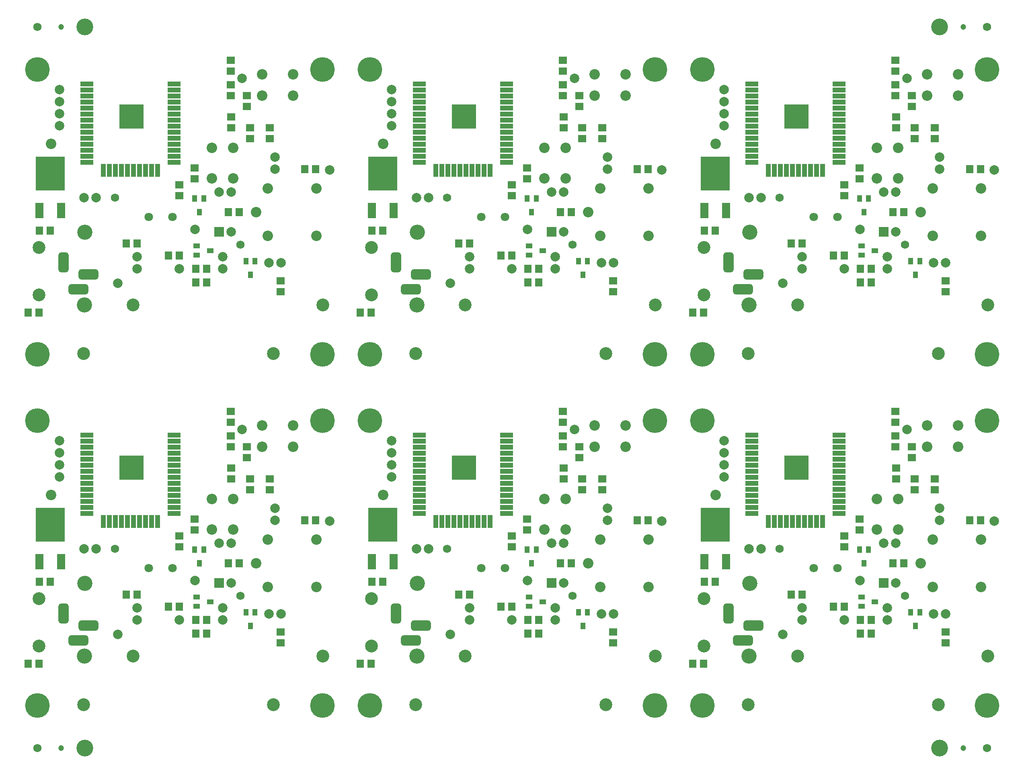
<source format=gbs>
G04 Layer_Color=16711935*
%FSLAX25Y25*%
%MOIN*%
G70*
G01*
G75*
%ADD42C,0.20485*%
%ADD43C,0.04737*%
%ADD44C,0.13874*%
%ADD45C,0.06800*%
%ADD46C,0.07887*%
%ADD47C,0.08674*%
G04:AMPARAMS|DCode=48|XSize=165.48mil|YSize=86.74mil|CornerRadius=23.68mil|HoleSize=0mil|Usage=FLASHONLY|Rotation=90.000|XOffset=0mil|YOffset=0mil|HoleType=Round|Shape=RoundedRectangle|*
%AMROUNDEDRECTD48*
21,1,0.16548,0.03937,0,0,90.0*
21,1,0.11811,0.08674,0,0,90.0*
1,1,0.04737,0.01968,0.05905*
1,1,0.04737,0.01968,-0.05905*
1,1,0.04737,-0.01968,-0.05905*
1,1,0.04737,-0.01968,0.05905*
%
%ADD48ROUNDEDRECTD48*%
G04:AMPARAMS|DCode=49|XSize=165.48mil|YSize=86.74mil|CornerRadius=23.68mil|HoleSize=0mil|Usage=FLASHONLY|Rotation=0.000|XOffset=0mil|YOffset=0mil|HoleType=Round|Shape=RoundedRectangle|*
%AMROUNDEDRECTD49*
21,1,0.16548,0.03937,0,0,0.0*
21,1,0.11811,0.08674,0,0,0.0*
1,1,0.04737,0.05905,-0.01968*
1,1,0.04737,-0.05905,-0.01968*
1,1,0.04737,-0.05905,0.01968*
1,1,0.04737,0.05905,0.01968*
%
%ADD49ROUNDEDRECTD49*%
%ADD50C,0.12611*%
%ADD51R,0.07887X0.07887*%
%ADD52C,0.10642*%
%ADD53C,0.07099*%
%ADD54R,0.06706X0.05918*%
%ADD55R,0.05918X0.06706*%
%ADD56R,0.20485X0.20485*%
%ADD57R,0.04343X0.10642*%
%ADD58R,0.10642X0.04343*%
%ADD59R,0.03950X0.05524*%
%ADD60R,0.05524X0.03950*%
%ADD61R,0.07099X0.12611*%
%ADD62R,0.24422X0.28359*%
D42*
X295276Y397638D02*
D03*
X531496D02*
D03*
Y633858D02*
D03*
X295276D02*
D03*
X570866Y397638D02*
D03*
X807087D02*
D03*
Y633858D02*
D03*
X570866D02*
D03*
X846457Y397638D02*
D03*
X1082677D02*
D03*
Y633858D02*
D03*
X846457D02*
D03*
X295276Y688976D02*
D03*
X531496D02*
D03*
Y925197D02*
D03*
X295276D02*
D03*
X570866Y688976D02*
D03*
X807087D02*
D03*
Y925197D02*
D03*
X570866D02*
D03*
X846457Y688976D02*
D03*
X1082677D02*
D03*
Y925197D02*
D03*
X846457D02*
D03*
D43*
X314961Y960630D02*
D03*
X1062992D02*
D03*
X314961Y362205D02*
D03*
X1062992D02*
D03*
D44*
X334646Y960630D02*
D03*
X1043307D02*
D03*
X334646Y362205D02*
D03*
X1043307D02*
D03*
D45*
X295276Y960630D02*
D03*
X1082677D02*
D03*
X295276Y362205D02*
D03*
X1082677D02*
D03*
X329146Y451532D02*
D03*
X330709D02*
D03*
X332677D02*
D03*
X326772D02*
D03*
X324803D02*
D03*
X333303Y464032D02*
D03*
X335272D02*
D03*
X341177D02*
D03*
X339209D02*
D03*
X337646D02*
D03*
X316929Y469689D02*
D03*
Y471658D02*
D03*
Y477563D02*
D03*
Y475595D02*
D03*
Y474031D02*
D03*
X463386Y488748D02*
D03*
X359386Y527748D02*
D03*
X604736Y451532D02*
D03*
X606299D02*
D03*
X608268D02*
D03*
X602362D02*
D03*
X600394D02*
D03*
X608894Y464032D02*
D03*
X610862D02*
D03*
X616768D02*
D03*
X614799D02*
D03*
X613236D02*
D03*
X592520Y469689D02*
D03*
Y471658D02*
D03*
Y477563D02*
D03*
Y475595D02*
D03*
Y474031D02*
D03*
X738976Y488748D02*
D03*
X634976Y527748D02*
D03*
X880327Y451532D02*
D03*
X881890D02*
D03*
X883858D02*
D03*
X877953D02*
D03*
X875984D02*
D03*
X884484Y464032D02*
D03*
X886453D02*
D03*
X892358D02*
D03*
X890390D02*
D03*
X888827D02*
D03*
X868110Y469689D02*
D03*
Y471658D02*
D03*
Y477563D02*
D03*
Y475595D02*
D03*
Y474031D02*
D03*
X1014567Y488748D02*
D03*
X910567Y527748D02*
D03*
X329146Y742870D02*
D03*
X330709D02*
D03*
X332677D02*
D03*
X326772D02*
D03*
X324803D02*
D03*
X333303Y755370D02*
D03*
X335272D02*
D03*
X341177D02*
D03*
X339209D02*
D03*
X337646D02*
D03*
X316929Y761028D02*
D03*
Y762996D02*
D03*
Y768902D02*
D03*
Y766933D02*
D03*
Y765370D02*
D03*
X463386Y780087D02*
D03*
X359386Y819087D02*
D03*
X604736Y742870D02*
D03*
X606299D02*
D03*
X608268D02*
D03*
X602362D02*
D03*
X600394D02*
D03*
X608894Y755370D02*
D03*
X610862D02*
D03*
X616768D02*
D03*
X614799D02*
D03*
X613236D02*
D03*
X592520Y761028D02*
D03*
Y762996D02*
D03*
Y768902D02*
D03*
Y766933D02*
D03*
Y765370D02*
D03*
X738976Y780087D02*
D03*
X634976Y819087D02*
D03*
X880327Y742870D02*
D03*
X881890D02*
D03*
X883858D02*
D03*
X877953D02*
D03*
X875984D02*
D03*
X884484Y755370D02*
D03*
X886453D02*
D03*
X892358D02*
D03*
X890390D02*
D03*
X888827D02*
D03*
X868110Y761028D02*
D03*
Y762996D02*
D03*
Y768902D02*
D03*
Y766933D02*
D03*
Y765370D02*
D03*
X1014567Y780087D02*
D03*
X910567Y819087D02*
D03*
D46*
X377953Y478622D02*
D03*
Y468622D02*
D03*
X487126Y473622D02*
D03*
X497126D02*
D03*
X448819Y468622D02*
D03*
Y478622D02*
D03*
X492126Y551299D02*
D03*
Y561299D02*
D03*
X455787Y499248D02*
D03*
X445787Y532248D02*
D03*
X455787D02*
D03*
X313386Y607248D02*
D03*
Y587248D02*
D03*
Y597248D02*
D03*
Y617248D02*
D03*
X333886Y527748D02*
D03*
X343886D02*
D03*
X361886Y456748D02*
D03*
X537386Y550748D02*
D03*
X464886Y626748D02*
D03*
X425886Y501248D02*
D03*
X412886Y468748D02*
D03*
X653543Y478622D02*
D03*
Y468622D02*
D03*
X762716Y473622D02*
D03*
X772717D02*
D03*
X724409Y468622D02*
D03*
Y478622D02*
D03*
X767717Y551299D02*
D03*
Y561299D02*
D03*
X731378Y499248D02*
D03*
X721378Y532248D02*
D03*
X731378D02*
D03*
X588976Y607248D02*
D03*
Y587248D02*
D03*
Y597248D02*
D03*
Y617248D02*
D03*
X609476Y527748D02*
D03*
X619476D02*
D03*
X637476Y456748D02*
D03*
X812976Y550748D02*
D03*
X740476Y626748D02*
D03*
X701476Y501248D02*
D03*
X688476Y468748D02*
D03*
X929134Y478622D02*
D03*
Y468622D02*
D03*
X1038307Y473622D02*
D03*
X1048307D02*
D03*
X1000000Y468622D02*
D03*
Y478622D02*
D03*
X1043307Y551299D02*
D03*
Y561299D02*
D03*
X1006968Y499248D02*
D03*
X996968Y532248D02*
D03*
X1006968D02*
D03*
X864567Y607248D02*
D03*
Y587248D02*
D03*
Y597248D02*
D03*
Y617248D02*
D03*
X885067Y527748D02*
D03*
X895067D02*
D03*
X913067Y456748D02*
D03*
X1088567Y550748D02*
D03*
X1016067Y626748D02*
D03*
X977067Y501248D02*
D03*
X964067Y468748D02*
D03*
X377953Y769961D02*
D03*
Y759961D02*
D03*
X487126Y764961D02*
D03*
X497126D02*
D03*
X448819Y759961D02*
D03*
Y769961D02*
D03*
X492126Y842638D02*
D03*
Y852638D02*
D03*
X455787Y790587D02*
D03*
X445787Y823587D02*
D03*
X455787D02*
D03*
X313386Y898587D02*
D03*
Y878587D02*
D03*
Y888587D02*
D03*
Y908587D02*
D03*
X333886Y819087D02*
D03*
X343886D02*
D03*
X361886Y748087D02*
D03*
X537386Y842087D02*
D03*
X464886Y918087D02*
D03*
X425886Y792587D02*
D03*
X412886Y760087D02*
D03*
X653543Y769961D02*
D03*
Y759961D02*
D03*
X762716Y764961D02*
D03*
X772717D02*
D03*
X724409Y759961D02*
D03*
Y769961D02*
D03*
X767717Y842638D02*
D03*
Y852638D02*
D03*
X731378Y790587D02*
D03*
X721378Y823587D02*
D03*
X731378D02*
D03*
X588976Y898587D02*
D03*
Y878587D02*
D03*
Y888587D02*
D03*
Y908587D02*
D03*
X609476Y819087D02*
D03*
X619476D02*
D03*
X637476Y748087D02*
D03*
X812976Y842087D02*
D03*
X740476Y918087D02*
D03*
X701476Y792587D02*
D03*
X688476Y760087D02*
D03*
X929134Y769961D02*
D03*
Y759961D02*
D03*
X1038307Y764961D02*
D03*
X1048307D02*
D03*
X1000000Y759961D02*
D03*
Y769961D02*
D03*
X1043307Y842638D02*
D03*
Y852638D02*
D03*
X1006968Y790587D02*
D03*
X996968Y823587D02*
D03*
X1006968D02*
D03*
X864567Y898587D02*
D03*
Y878587D02*
D03*
Y888587D02*
D03*
Y908587D02*
D03*
X885067Y819087D02*
D03*
X895067D02*
D03*
X913067Y748087D02*
D03*
X1088567Y842087D02*
D03*
X1016067Y918087D02*
D03*
X977067Y792587D02*
D03*
X964067Y760087D02*
D03*
D47*
X457677Y569095D02*
D03*
Y543504D02*
D03*
X439961Y569095D02*
D03*
Y543504D02*
D03*
X476378Y515748D02*
D03*
X486221Y535433D02*
D03*
Y496063D02*
D03*
X526378Y535433D02*
D03*
Y496063D02*
D03*
X481591Y630106D02*
D03*
X507181D02*
D03*
X481591Y612390D02*
D03*
X507181D02*
D03*
X306386Y572248D02*
D03*
X733268Y569095D02*
D03*
Y543504D02*
D03*
X715551Y569095D02*
D03*
Y543504D02*
D03*
X751968Y515748D02*
D03*
X761811Y535433D02*
D03*
Y496063D02*
D03*
X801968Y535433D02*
D03*
Y496063D02*
D03*
X757181Y630106D02*
D03*
X782772D02*
D03*
X757181Y612390D02*
D03*
X782772D02*
D03*
X581976Y572248D02*
D03*
X1008858Y569095D02*
D03*
Y543504D02*
D03*
X991142Y569095D02*
D03*
Y543504D02*
D03*
X1027559Y515748D02*
D03*
X1037402Y535433D02*
D03*
Y496063D02*
D03*
X1077559Y535433D02*
D03*
Y496063D02*
D03*
X1032772Y630106D02*
D03*
X1058362D02*
D03*
X1032772Y612390D02*
D03*
X1058362D02*
D03*
X857567Y572248D02*
D03*
X457677Y860433D02*
D03*
Y834842D02*
D03*
X439961Y860433D02*
D03*
Y834842D02*
D03*
X476378Y807087D02*
D03*
X486221Y826772D02*
D03*
Y787402D02*
D03*
X526378Y826772D02*
D03*
Y787402D02*
D03*
X481591Y921445D02*
D03*
X507181D02*
D03*
X481591Y903728D02*
D03*
X507181D02*
D03*
X306386Y863587D02*
D03*
X733268Y860433D02*
D03*
Y834842D02*
D03*
X715551Y860433D02*
D03*
Y834842D02*
D03*
X751968Y807087D02*
D03*
X761811Y826772D02*
D03*
Y787402D02*
D03*
X801968Y826772D02*
D03*
Y787402D02*
D03*
X757181Y921445D02*
D03*
X782772D02*
D03*
X757181Y903728D02*
D03*
X782772D02*
D03*
X581976Y863587D02*
D03*
X1008858Y860433D02*
D03*
Y834842D02*
D03*
X991142Y860433D02*
D03*
Y834842D02*
D03*
X1027559Y807087D02*
D03*
X1037402Y826772D02*
D03*
Y787402D02*
D03*
X1077559Y826772D02*
D03*
Y787402D02*
D03*
X1032772Y921445D02*
D03*
X1058362D02*
D03*
X1032772Y903728D02*
D03*
X1058362D02*
D03*
X857567Y863587D02*
D03*
D48*
X316929Y474031D02*
D03*
X592520D02*
D03*
X868110D02*
D03*
X316929Y765370D02*
D03*
X592520D02*
D03*
X868110D02*
D03*
D49*
X337646Y464032D02*
D03*
X329146Y451532D02*
D03*
X613236Y464032D02*
D03*
X604736Y451532D02*
D03*
X888827Y464032D02*
D03*
X880327Y451532D02*
D03*
X337646Y755370D02*
D03*
X329146Y742870D02*
D03*
X613236Y755370D02*
D03*
X604736Y742870D02*
D03*
X888827Y755370D02*
D03*
X880327Y742870D02*
D03*
D50*
X334646Y499031D02*
D03*
X334146Y438531D02*
D03*
X610236Y499031D02*
D03*
X609736Y438531D02*
D03*
X885827Y499031D02*
D03*
X885327Y438531D02*
D03*
X334646Y790370D02*
D03*
X334146Y729870D02*
D03*
X610236Y790370D02*
D03*
X609736Y729870D02*
D03*
X885827Y790370D02*
D03*
X885327Y729870D02*
D03*
D51*
X445787Y499248D02*
D03*
X721378D02*
D03*
X996968D02*
D03*
X445787Y790587D02*
D03*
X721378D02*
D03*
X996968D02*
D03*
D52*
X296577Y486433D02*
D03*
Y447063D02*
D03*
X490886Y398248D02*
D03*
X333405D02*
D03*
X531866Y438748D02*
D03*
X374386D02*
D03*
X572168Y486433D02*
D03*
Y447063D02*
D03*
X766476Y398248D02*
D03*
X608996D02*
D03*
X807457Y438748D02*
D03*
X649976D02*
D03*
X847758Y486433D02*
D03*
Y447063D02*
D03*
X1042067Y398248D02*
D03*
X884587D02*
D03*
X1083047Y438748D02*
D03*
X925567D02*
D03*
X296577Y777772D02*
D03*
Y738402D02*
D03*
X490886Y689587D02*
D03*
X333405D02*
D03*
X531866Y730087D02*
D03*
X374386D02*
D03*
X572168Y777772D02*
D03*
Y738402D02*
D03*
X766476Y689587D02*
D03*
X608996D02*
D03*
X807457Y730087D02*
D03*
X649976D02*
D03*
X847758Y777772D02*
D03*
Y738402D02*
D03*
X1042067Y689587D02*
D03*
X884587D02*
D03*
X1083047Y730087D02*
D03*
X925567D02*
D03*
D53*
X387543Y511748D02*
D03*
X407228D02*
D03*
X663134D02*
D03*
X682819D02*
D03*
X938724D02*
D03*
X958409D02*
D03*
X387543Y803087D02*
D03*
X407228D02*
D03*
X663134D02*
D03*
X682819D02*
D03*
X938724D02*
D03*
X958409D02*
D03*
D54*
X455886Y594776D02*
D03*
Y585720D02*
D03*
X468886Y603221D02*
D03*
Y612276D02*
D03*
X455386Y641776D02*
D03*
Y632721D02*
D03*
Y621276D02*
D03*
Y612220D02*
D03*
X425646Y552303D02*
D03*
Y543248D02*
D03*
X496886Y458776D02*
D03*
Y449720D02*
D03*
X471386Y585776D02*
D03*
Y576721D02*
D03*
X487886D02*
D03*
Y585776D02*
D03*
X412886Y538276D02*
D03*
Y529220D02*
D03*
X731476Y594776D02*
D03*
Y585720D02*
D03*
X744476Y603221D02*
D03*
Y612276D02*
D03*
X730976Y641776D02*
D03*
Y632721D02*
D03*
Y621276D02*
D03*
Y612220D02*
D03*
X701236Y552303D02*
D03*
Y543248D02*
D03*
X772476Y458776D02*
D03*
Y449720D02*
D03*
X746976Y585776D02*
D03*
Y576721D02*
D03*
X763476D02*
D03*
Y585776D02*
D03*
X688476Y538276D02*
D03*
Y529220D02*
D03*
X1007067Y594776D02*
D03*
Y585720D02*
D03*
X1020067Y603221D02*
D03*
Y612276D02*
D03*
X1006567Y641776D02*
D03*
Y632721D02*
D03*
Y621276D02*
D03*
Y612220D02*
D03*
X976827Y552303D02*
D03*
Y543248D02*
D03*
X1048067Y458776D02*
D03*
Y449720D02*
D03*
X1022567Y585776D02*
D03*
Y576721D02*
D03*
X1039067D02*
D03*
Y585776D02*
D03*
X964067Y538276D02*
D03*
Y529220D02*
D03*
X455886Y886114D02*
D03*
Y877059D02*
D03*
X468886Y894559D02*
D03*
Y903614D02*
D03*
X455386Y933114D02*
D03*
Y924059D02*
D03*
Y912614D02*
D03*
Y903559D02*
D03*
X425646Y843642D02*
D03*
Y834587D02*
D03*
X496886Y750114D02*
D03*
Y741059D02*
D03*
X471386Y877114D02*
D03*
Y868059D02*
D03*
X487886D02*
D03*
Y877114D02*
D03*
X412886Y829614D02*
D03*
Y820559D02*
D03*
X731476Y886114D02*
D03*
Y877059D02*
D03*
X744476Y894559D02*
D03*
Y903614D02*
D03*
X730976Y933114D02*
D03*
Y924059D02*
D03*
Y912614D02*
D03*
Y903559D02*
D03*
X701236Y843642D02*
D03*
Y834587D02*
D03*
X772476Y750114D02*
D03*
Y741059D02*
D03*
X746976Y877114D02*
D03*
Y868059D02*
D03*
X763476D02*
D03*
Y877114D02*
D03*
X688476Y829614D02*
D03*
Y820559D02*
D03*
X1007067Y886114D02*
D03*
Y877059D02*
D03*
X1020067Y894559D02*
D03*
Y903614D02*
D03*
X1006567Y933114D02*
D03*
Y924059D02*
D03*
Y912614D02*
D03*
Y903559D02*
D03*
X976827Y843642D02*
D03*
Y834587D02*
D03*
X1048067Y750114D02*
D03*
Y741059D02*
D03*
X1022567Y877114D02*
D03*
Y868059D02*
D03*
X1039067D02*
D03*
Y877114D02*
D03*
X964067Y829614D02*
D03*
Y820559D02*
D03*
D55*
X305913Y500248D02*
D03*
X296858D02*
D03*
X287358Y432248D02*
D03*
X296413D02*
D03*
X368858Y489748D02*
D03*
X377913D02*
D03*
X516858Y551248D02*
D03*
X525913D02*
D03*
X453358Y515748D02*
D03*
X462413D02*
D03*
X435413Y468748D02*
D03*
X426358D02*
D03*
X412913Y479748D02*
D03*
X403858D02*
D03*
X426358Y457248D02*
D03*
X435413D02*
D03*
X581504Y500248D02*
D03*
X572449D02*
D03*
X562949Y432248D02*
D03*
X572004D02*
D03*
X644449Y489748D02*
D03*
X653504D02*
D03*
X792449Y551248D02*
D03*
X801504D02*
D03*
X728949Y515748D02*
D03*
X738004D02*
D03*
X711004Y468748D02*
D03*
X701949D02*
D03*
X688504Y479748D02*
D03*
X679449D02*
D03*
X701949Y457248D02*
D03*
X711004D02*
D03*
X857094Y500248D02*
D03*
X848039D02*
D03*
X838539Y432248D02*
D03*
X847595D02*
D03*
X920039Y489748D02*
D03*
X929095D02*
D03*
X1068039Y551248D02*
D03*
X1077094D02*
D03*
X1004539Y515748D02*
D03*
X1013595D02*
D03*
X986594Y468748D02*
D03*
X977539D02*
D03*
X964095Y479748D02*
D03*
X955039D02*
D03*
X977539Y457248D02*
D03*
X986594D02*
D03*
X305913Y791587D02*
D03*
X296858D02*
D03*
X287358Y723587D02*
D03*
X296413D02*
D03*
X368858Y781087D02*
D03*
X377913D02*
D03*
X516858Y842587D02*
D03*
X525913D02*
D03*
X453358Y807087D02*
D03*
X462413D02*
D03*
X435413Y760087D02*
D03*
X426358D02*
D03*
X412913Y771087D02*
D03*
X403858D02*
D03*
X426358Y748587D02*
D03*
X435413D02*
D03*
X581504Y791587D02*
D03*
X572449D02*
D03*
X562949Y723587D02*
D03*
X572004D02*
D03*
X644449Y781087D02*
D03*
X653504D02*
D03*
X792449Y842587D02*
D03*
X801504D02*
D03*
X728949Y807087D02*
D03*
X738004D02*
D03*
X711004Y760087D02*
D03*
X701949D02*
D03*
X688504Y771087D02*
D03*
X679449D02*
D03*
X701949Y748587D02*
D03*
X711004D02*
D03*
X857094Y791587D02*
D03*
X848039D02*
D03*
X838539Y723587D02*
D03*
X847595D02*
D03*
X920039Y781087D02*
D03*
X929095D02*
D03*
X1068039Y842587D02*
D03*
X1077094D02*
D03*
X1004539Y807087D02*
D03*
X1013595D02*
D03*
X986594Y760087D02*
D03*
X977539D02*
D03*
X964095Y771087D02*
D03*
X955039D02*
D03*
X977539Y748587D02*
D03*
X986594D02*
D03*
D56*
X373228Y594882D02*
D03*
X648819D02*
D03*
X924409D02*
D03*
X373228Y886220D02*
D03*
X648819D02*
D03*
X924409D02*
D03*
D57*
X389921Y550433D02*
D03*
X394921D02*
D03*
X369921Y550394D02*
D03*
X374921D02*
D03*
X379921D02*
D03*
X384921D02*
D03*
X364921D02*
D03*
X359921D02*
D03*
X354921D02*
D03*
X349921D02*
D03*
X665512Y550433D02*
D03*
X670512D02*
D03*
X645512Y550394D02*
D03*
X650512D02*
D03*
X655512D02*
D03*
X660512D02*
D03*
X640512D02*
D03*
X635512D02*
D03*
X630512D02*
D03*
X625512D02*
D03*
X941102Y550433D02*
D03*
X946102D02*
D03*
X921102Y550394D02*
D03*
X926102D02*
D03*
X931102D02*
D03*
X936102D02*
D03*
X916102D02*
D03*
X911102D02*
D03*
X906102D02*
D03*
X901102D02*
D03*
X389921Y841772D02*
D03*
X394921D02*
D03*
X369921Y841732D02*
D03*
X374921D02*
D03*
X379921D02*
D03*
X384921D02*
D03*
X364921D02*
D03*
X359921D02*
D03*
X354921D02*
D03*
X349921D02*
D03*
X665512Y841772D02*
D03*
X670512D02*
D03*
X645512Y841732D02*
D03*
X650512D02*
D03*
X655512D02*
D03*
X660512D02*
D03*
X640512D02*
D03*
X635512D02*
D03*
X630512D02*
D03*
X625512D02*
D03*
X941102Y841772D02*
D03*
X946102D02*
D03*
X921102Y841732D02*
D03*
X926102D02*
D03*
X931102D02*
D03*
X936102D02*
D03*
X916102D02*
D03*
X911102D02*
D03*
X906102D02*
D03*
X901102D02*
D03*
D58*
X408622Y622087D02*
D03*
Y617087D02*
D03*
Y612087D02*
D03*
Y607087D02*
D03*
Y587087D02*
D03*
Y592087D02*
D03*
Y597087D02*
D03*
Y602087D02*
D03*
X408661Y562087D02*
D03*
Y557087D02*
D03*
Y567087D02*
D03*
Y572087D02*
D03*
Y577087D02*
D03*
Y582087D02*
D03*
X336221D02*
D03*
Y577087D02*
D03*
Y572087D02*
D03*
Y567087D02*
D03*
Y557087D02*
D03*
Y562087D02*
D03*
X336181Y602087D02*
D03*
Y597087D02*
D03*
Y592087D02*
D03*
Y587087D02*
D03*
Y607087D02*
D03*
Y612087D02*
D03*
Y617087D02*
D03*
Y622087D02*
D03*
X684213D02*
D03*
Y617087D02*
D03*
Y612087D02*
D03*
Y607087D02*
D03*
Y587087D02*
D03*
Y592087D02*
D03*
Y597087D02*
D03*
Y602087D02*
D03*
X684252Y562087D02*
D03*
Y557087D02*
D03*
Y567087D02*
D03*
Y572087D02*
D03*
Y577087D02*
D03*
Y582087D02*
D03*
X611811D02*
D03*
Y577087D02*
D03*
Y572087D02*
D03*
Y567087D02*
D03*
Y557087D02*
D03*
Y562087D02*
D03*
X611772Y602087D02*
D03*
Y597087D02*
D03*
Y592087D02*
D03*
Y587087D02*
D03*
Y607087D02*
D03*
Y612087D02*
D03*
Y617087D02*
D03*
Y622087D02*
D03*
X959803D02*
D03*
Y617087D02*
D03*
Y612087D02*
D03*
Y607087D02*
D03*
Y587087D02*
D03*
Y592087D02*
D03*
Y597087D02*
D03*
Y602087D02*
D03*
X959842Y562087D02*
D03*
Y557087D02*
D03*
Y567087D02*
D03*
Y572087D02*
D03*
Y577087D02*
D03*
Y582087D02*
D03*
X887402D02*
D03*
Y577087D02*
D03*
Y572087D02*
D03*
Y567087D02*
D03*
Y557087D02*
D03*
Y562087D02*
D03*
X887362Y602087D02*
D03*
Y597087D02*
D03*
Y592087D02*
D03*
Y587087D02*
D03*
Y607087D02*
D03*
Y612087D02*
D03*
Y617087D02*
D03*
Y622087D02*
D03*
X408622Y913425D02*
D03*
Y908425D02*
D03*
Y903425D02*
D03*
Y898425D02*
D03*
Y878425D02*
D03*
Y883425D02*
D03*
Y888425D02*
D03*
Y893425D02*
D03*
X408661Y853425D02*
D03*
Y848425D02*
D03*
Y858425D02*
D03*
Y863425D02*
D03*
Y868425D02*
D03*
Y873425D02*
D03*
X336221D02*
D03*
Y868425D02*
D03*
Y863425D02*
D03*
Y858425D02*
D03*
Y848425D02*
D03*
Y853425D02*
D03*
X336181Y893425D02*
D03*
Y888425D02*
D03*
Y883425D02*
D03*
Y878425D02*
D03*
Y898425D02*
D03*
Y903425D02*
D03*
Y908425D02*
D03*
Y913425D02*
D03*
X684213D02*
D03*
Y908425D02*
D03*
Y903425D02*
D03*
Y898425D02*
D03*
Y878425D02*
D03*
Y883425D02*
D03*
Y888425D02*
D03*
Y893425D02*
D03*
X684252Y853425D02*
D03*
Y848425D02*
D03*
Y858425D02*
D03*
Y863425D02*
D03*
Y868425D02*
D03*
Y873425D02*
D03*
X611811D02*
D03*
Y868425D02*
D03*
Y863425D02*
D03*
Y858425D02*
D03*
Y848425D02*
D03*
Y853425D02*
D03*
X611772Y893425D02*
D03*
Y888425D02*
D03*
Y883425D02*
D03*
Y878425D02*
D03*
Y898425D02*
D03*
Y903425D02*
D03*
Y908425D02*
D03*
Y913425D02*
D03*
X959803D02*
D03*
Y908425D02*
D03*
Y903425D02*
D03*
Y898425D02*
D03*
Y878425D02*
D03*
Y883425D02*
D03*
Y888425D02*
D03*
Y893425D02*
D03*
X959842Y853425D02*
D03*
Y848425D02*
D03*
Y858425D02*
D03*
Y863425D02*
D03*
Y868425D02*
D03*
Y873425D02*
D03*
X887402D02*
D03*
Y868425D02*
D03*
Y863425D02*
D03*
Y858425D02*
D03*
Y848425D02*
D03*
Y853425D02*
D03*
X887362Y893425D02*
D03*
Y888425D02*
D03*
Y883425D02*
D03*
Y878425D02*
D03*
Y898425D02*
D03*
Y903425D02*
D03*
Y908425D02*
D03*
Y913425D02*
D03*
D59*
X468146Y474858D02*
D03*
X475626D02*
D03*
X471886Y463638D02*
D03*
X425646Y526858D02*
D03*
X433126D02*
D03*
X429386Y515638D02*
D03*
X743736Y474858D02*
D03*
X751217D02*
D03*
X747476Y463638D02*
D03*
X701236Y526858D02*
D03*
X708716D02*
D03*
X704976Y515638D02*
D03*
X1019327Y474858D02*
D03*
X1026807D02*
D03*
X1023067Y463638D02*
D03*
X976827Y526858D02*
D03*
X984307D02*
D03*
X980567Y515638D02*
D03*
X468146Y766197D02*
D03*
X475626D02*
D03*
X471886Y754976D02*
D03*
X425646Y818197D02*
D03*
X433126D02*
D03*
X429386Y806976D02*
D03*
X743736Y766197D02*
D03*
X751217D02*
D03*
X747476Y754976D02*
D03*
X701236Y818197D02*
D03*
X708716D02*
D03*
X704976Y806976D02*
D03*
X1019327Y766197D02*
D03*
X1026807D02*
D03*
X1023067Y754976D02*
D03*
X976827Y818197D02*
D03*
X984307D02*
D03*
X980567Y806976D02*
D03*
D60*
X427276Y480008D02*
D03*
Y487488D02*
D03*
X438496Y483748D02*
D03*
X702866Y480008D02*
D03*
Y487488D02*
D03*
X714087Y483748D02*
D03*
X978457Y480008D02*
D03*
Y487488D02*
D03*
X989677Y483748D02*
D03*
X427276Y771347D02*
D03*
Y778827D02*
D03*
X438496Y775087D02*
D03*
X702866Y771347D02*
D03*
Y778827D02*
D03*
X714087Y775087D02*
D03*
X978457Y771347D02*
D03*
Y778827D02*
D03*
X989677Y775087D02*
D03*
D61*
X314882Y517063D02*
D03*
X296890D02*
D03*
X590472D02*
D03*
X572480D02*
D03*
X866063D02*
D03*
X848071D02*
D03*
X314882Y808402D02*
D03*
X296890D02*
D03*
X590472D02*
D03*
X572480D02*
D03*
X866063D02*
D03*
X848071D02*
D03*
D62*
X305886Y547748D02*
D03*
X581476D02*
D03*
X857067D02*
D03*
X305886Y839087D02*
D03*
X581476D02*
D03*
X857067D02*
D03*
M02*

</source>
